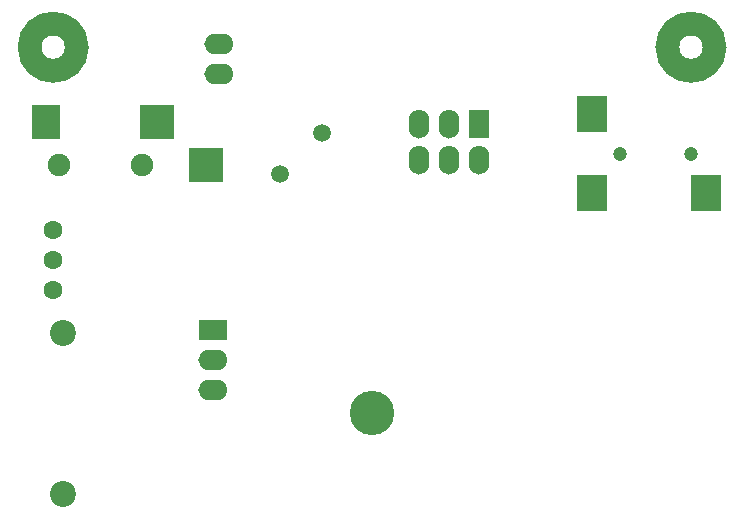
<source format=gbr>
G04 #@! TF.GenerationSoftware,KiCad,Pcbnew,(2017-08-18 revision 6be2f2934)-master*
G04 #@! TF.CreationDate,2017-08-19T20:32:53-06:00*
G04 #@! TF.ProjectId,tone,746F6E652E6B696361645F7063620000,rev?*
G04 #@! TF.SameCoordinates,Original*
G04 #@! TF.FileFunction,Soldermask,Bot*
G04 #@! TF.FilePolarity,Negative*
%FSLAX46Y46*%
G04 Gerber Fmt 4.6, Leading zero omitted, Abs format (unit mm)*
G04 Created by KiCad (PCBNEW (2017-08-18 revision 6be2f2934)-master) date Sat Aug 19 20:32:53 2017*
%MOMM*%
%LPD*%
G01*
G04 APERTURE LIST*
%ADD10C,2.000000*%
%ADD11R,2.486000X1.724000*%
%ADD12O,2.486000X1.724000*%
%ADD13C,1.600000*%
%ADD14C,2.200000*%
%ADD15C,3.760000*%
%ADD16R,1.724000X2.486000*%
%ADD17O,1.724000X2.486000*%
%ADD18R,2.600000X3.050000*%
%ADD19C,1.200000*%
%ADD20C,1.900000*%
%ADD21R,3.000000X3.000000*%
%ADD22R,2.400000X3.000000*%
%ADD23C,1.500000*%
G04 APERTURE END LIST*
D10*
X59000000Y-3000000D02*
G75*
G03X59000000Y-3000000I-2000000J0D01*
G01*
X5000000Y-3000000D02*
G75*
G03X5000000Y-3000000I-2000000J0D01*
G01*
D11*
X16500000Y-26960000D03*
D12*
X16500000Y-29500000D03*
X16500000Y-32040000D03*
D13*
X3000000Y-23540000D03*
X3000000Y-21000000D03*
X3000000Y-18460000D03*
D12*
X17000000Y-5270000D03*
X17000000Y-2730000D03*
D14*
X3840000Y-27205000D03*
X3840000Y-40795000D03*
D15*
X30000000Y-34000000D03*
D16*
X39040000Y-9476000D03*
D17*
X36500000Y-9476000D03*
X33960000Y-9476000D03*
X39040000Y-12524000D03*
X36500000Y-12524000D03*
X33960000Y-12524000D03*
D18*
X58300000Y-15325000D03*
X48600000Y-15325000D03*
X48600000Y-8675000D03*
D19*
X57000000Y-12000000D03*
X51000000Y-12000000D03*
D20*
X10500000Y-13000000D03*
X3500000Y-13000000D03*
D21*
X15900000Y-13000000D03*
X11800000Y-9300000D03*
D22*
X2400000Y-9300000D03*
D23*
X25767767Y-10232233D03*
X22232233Y-13767767D03*
M02*

</source>
